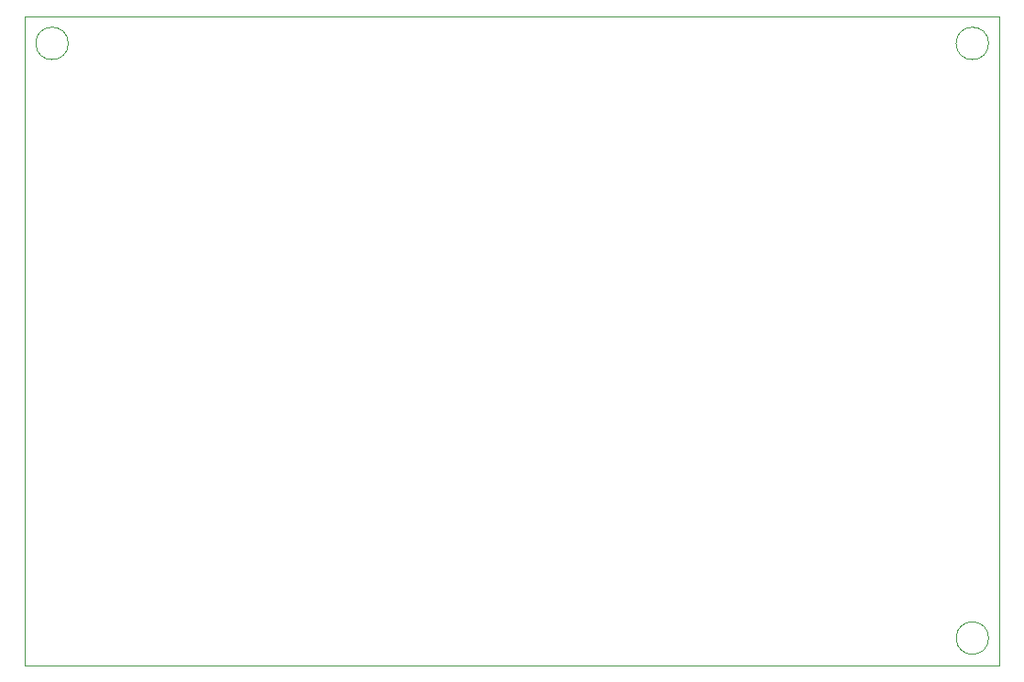
<source format=gbr>
G04 #@! TF.GenerationSoftware,KiCad,Pcbnew,7.0.1-0*
G04 #@! TF.CreationDate,2023-03-21T20:30:54-04:00*
G04 #@! TF.ProjectId,Mixers,4d697865-7273-42e6-9b69-6361645f7063,rev?*
G04 #@! TF.SameCoordinates,PX2625a00PY3938700*
G04 #@! TF.FileFunction,Profile,NP*
%FSLAX46Y46*%
G04 Gerber Fmt 4.6, Leading zero omitted, Abs format (unit mm)*
G04 Created by KiCad (PCBNEW 7.0.1-0) date 2023-03-21 20:30:54*
%MOMM*%
%LPD*%
G01*
G04 APERTURE LIST*
G04 #@! TA.AperFunction,Profile*
%ADD10C,0.100000*%
G04 #@! TD*
G04 #@! TA.AperFunction,Profile*
%ADD11C,0.120000*%
G04 #@! TD*
G04 APERTURE END LIST*
D10*
X0Y-60000000D02*
X0Y0D01*
X4000000Y-2500000D02*
G75*
G03*
X4000000Y-2500000I-1500000J0D01*
G01*
X0Y0D02*
X90000000Y0D01*
X89000000Y-57500000D02*
G75*
G03*
X89000000Y-57500000I-1500000J0D01*
G01*
X90000000Y0D02*
X90000000Y-60000000D01*
X90000000Y-60000000D02*
X13800000Y-60000000D01*
X6200000Y-60000000D02*
X0Y-60000000D01*
X89000000Y-2500000D02*
G75*
G03*
X89000000Y-2500000I-1500000J0D01*
G01*
D11*
X13800000Y-60000000D02*
X6200000Y-60000000D01*
M02*

</source>
